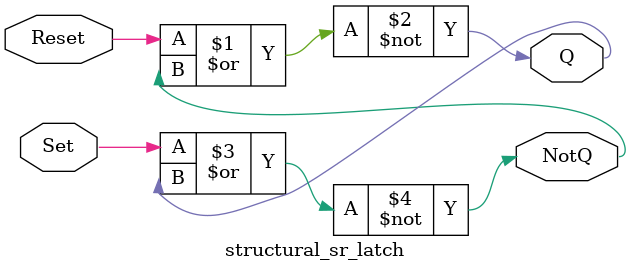
<source format=v>
`timescale 1ns / 1ps


module structural_sr_latch(
    input Set,
    input Reset,
    output Q,
    output NotQ
);

    assign Q = ~(Reset | NotQ);
    assign NotQ = ~(Set | Q);

endmodule

</source>
